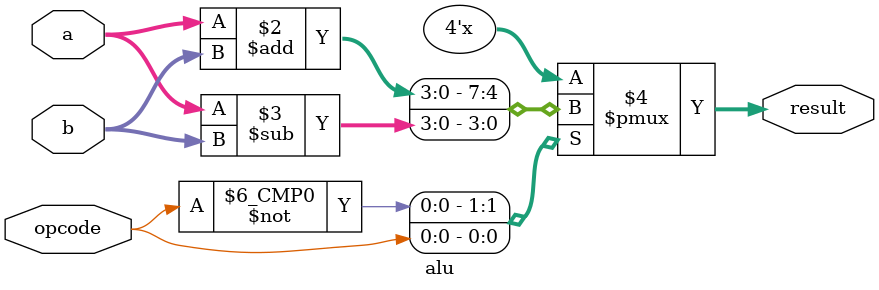
<source format=v>
module alu (
    input [3:0] a,
    input [3:0] b,
    input opcode,
    output reg [3:0] result
);
    always @(*) begin
        case (opcode)
            1'b0: result = a + b;
            1'b1: result = a - b;
            default: result = 4'b0;
        endcase
    end
endmodule

</source>
